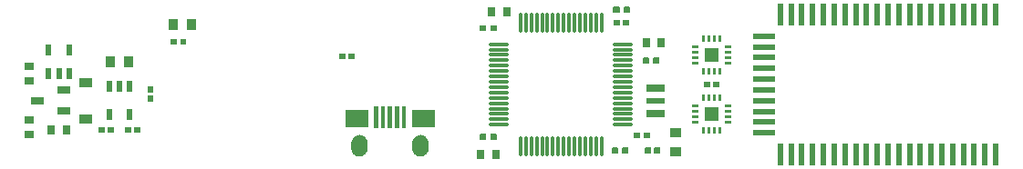
<source format=gtp>
G04 Layer: TopPasteMaskLayer*
G04 EasyEDA v6.5.22, 2023-02-02 12:04:13*
G04 e40c6f2ac48d42a8ab01bc531f02f979,d89026aa57f64e8aa15d5895f5b481f1,10*
G04 Gerber Generator version 0.2*
G04 Scale: 100 percent, Rotated: No, Reflected: No *
G04 Dimensions in millimeters *
G04 leading zeros omitted , absolute positions ,4 integer and 5 decimal *
%FSLAX45Y45*%
%MOMM*%

%ADD10R,0.8000X0.9000*%
%ADD11R,1.0000X0.8999*%
%ADD12R,0.8999X1.0000*%
%ADD13R,0.9000X0.8000*%
%ADD14R,1.1500X0.9500*%
%ADD15R,0.6000X1.0000*%
%ADD16R,1.2500X0.7000*%
%ADD17O,0.2999994X1.9999959999999999*%
%ADD18O,1.9999959999999999X0.2999994*%
%ADD19R,1.7000X0.6500*%
%ADD20R,1.7000X0.5000*%
%ADD21R,0.6000X2.0000*%
%ADD22R,2.0000X0.6000*%
%ADD23R,0.0116X0.6000*%

%LPD*%
G36*
X3529533Y-1269898D02*
G01*
X3521710Y-1270304D01*
X3513937Y-1271524D01*
X3506368Y-1273556D01*
X3499053Y-1276400D01*
X3492042Y-1279956D01*
X3485438Y-1284224D01*
X3479342Y-1289151D01*
X3473805Y-1294739D01*
X3468878Y-1300835D01*
X3464610Y-1307388D01*
X3461004Y-1314399D01*
X3458210Y-1321714D01*
X3456178Y-1329334D01*
X3454958Y-1337056D01*
X3454552Y-1344930D01*
X3454654Y-1398828D01*
X3455466Y-1406652D01*
X3457092Y-1414322D01*
X3459530Y-1421790D01*
X3462731Y-1428953D01*
X3466642Y-1435760D01*
X3471265Y-1442110D01*
X3476498Y-1447952D01*
X3482340Y-1453184D01*
X3488690Y-1457807D01*
X3495497Y-1461719D01*
X3502660Y-1464919D01*
X3510127Y-1467358D01*
X3517798Y-1468983D01*
X3525621Y-1469796D01*
X3533444Y-1469796D01*
X3541268Y-1468983D01*
X3548938Y-1467358D01*
X3556406Y-1464919D01*
X3560064Y-1463446D01*
X3567023Y-1459839D01*
X3573627Y-1455572D01*
X3579723Y-1450644D01*
X3585260Y-1445107D01*
X3590239Y-1439011D01*
X3594506Y-1432407D01*
X3598062Y-1425397D01*
X3600856Y-1418082D01*
X3602888Y-1410512D01*
X3604107Y-1402740D01*
X3604564Y-1394917D01*
X3604463Y-1340967D01*
X3603599Y-1333195D01*
X3601974Y-1325473D01*
X3599535Y-1318006D01*
X3596386Y-1310843D01*
X3592423Y-1304036D01*
X3587851Y-1297686D01*
X3582568Y-1291894D01*
X3576726Y-1286611D01*
X3570376Y-1281988D01*
X3563569Y-1278077D01*
X3556406Y-1274876D01*
X3548938Y-1272438D01*
X3541268Y-1270812D01*
X3533444Y-1270000D01*
G37*
G36*
X4095546Y-1269898D02*
G01*
X4087723Y-1270304D01*
X4079951Y-1271524D01*
X4072382Y-1273556D01*
X4065066Y-1276400D01*
X4058056Y-1279956D01*
X4051452Y-1284224D01*
X4045356Y-1289151D01*
X4039819Y-1294739D01*
X4034891Y-1300835D01*
X4030624Y-1307388D01*
X4027017Y-1314399D01*
X4024223Y-1321714D01*
X4022191Y-1329334D01*
X4020972Y-1337056D01*
X4020565Y-1344930D01*
X4020667Y-1398828D01*
X4021480Y-1406652D01*
X4023106Y-1414322D01*
X4025544Y-1421790D01*
X4028744Y-1428953D01*
X4032656Y-1435760D01*
X4037279Y-1442110D01*
X4042511Y-1447952D01*
X4048353Y-1453184D01*
X4054703Y-1457807D01*
X4061510Y-1461719D01*
X4068673Y-1464919D01*
X4076141Y-1467358D01*
X4083812Y-1468983D01*
X4091635Y-1469796D01*
X4099458Y-1469796D01*
X4107281Y-1468983D01*
X4114952Y-1467358D01*
X4122420Y-1464919D01*
X4126077Y-1463446D01*
X4133037Y-1459839D01*
X4139641Y-1455572D01*
X4145737Y-1450644D01*
X4151274Y-1445107D01*
X4156252Y-1439011D01*
X4160520Y-1432407D01*
X4164076Y-1425397D01*
X4166870Y-1418082D01*
X4168901Y-1410512D01*
X4170121Y-1402740D01*
X4170578Y-1394917D01*
X4170476Y-1340967D01*
X4169613Y-1333195D01*
X4167987Y-1325473D01*
X4165549Y-1318006D01*
X4162399Y-1310843D01*
X4158437Y-1304036D01*
X4153865Y-1297686D01*
X4148582Y-1291894D01*
X4142740Y-1286611D01*
X4136390Y-1281988D01*
X4129582Y-1278077D01*
X4122420Y-1274876D01*
X4114952Y-1272438D01*
X4107281Y-1270812D01*
X4099458Y-1270000D01*
G37*
G36*
X3662527Y-1004925D02*
G01*
X3662527Y-1204925D01*
X3702558Y-1204925D01*
X3702558Y-1004925D01*
G37*
G36*
X3727551Y-1004925D02*
G01*
X3727551Y-1204925D01*
X3767531Y-1204925D01*
X3767531Y-1004925D01*
G37*
G36*
X3792524Y-1004925D02*
G01*
X3792524Y-1204925D01*
X3832555Y-1204925D01*
X3832555Y-1004925D01*
G37*
G36*
X3857548Y-1004925D02*
G01*
X3857548Y-1204925D01*
X3897528Y-1204925D01*
X3897528Y-1004925D01*
G37*
G36*
X3922522Y-1004925D02*
G01*
X3922522Y-1204925D01*
X3962552Y-1204925D01*
X3962552Y-1004925D01*
G37*
G36*
X4017568Y-1034897D02*
G01*
X4017568Y-1194917D01*
X4227576Y-1194917D01*
X4227576Y-1034897D01*
G37*
G36*
X3397554Y-1034897D02*
G01*
X3397554Y-1194917D01*
X3607562Y-1194917D01*
X3607562Y-1034897D01*
G37*
G36*
X1192479Y-1198016D02*
G01*
X1188516Y-1201978D01*
X1188516Y-1248003D01*
X1192479Y-1252016D01*
X1242568Y-1252016D01*
X1246581Y-1248003D01*
X1246581Y-1201978D01*
X1242568Y-1198016D01*
G37*
G36*
X1107440Y-1198016D02*
G01*
X1103426Y-1201978D01*
X1103426Y-1248003D01*
X1107440Y-1252016D01*
X1157478Y-1252016D01*
X1161491Y-1248003D01*
X1161491Y-1201978D01*
X1157478Y-1198016D01*
G37*
G36*
X1357426Y-1198016D02*
G01*
X1353413Y-1201978D01*
X1353413Y-1248003D01*
X1357426Y-1252016D01*
X1407515Y-1252016D01*
X1411478Y-1248003D01*
X1411478Y-1201978D01*
X1407515Y-1198016D01*
G37*
G36*
X1442516Y-1198016D02*
G01*
X1438503Y-1201978D01*
X1438503Y-1248003D01*
X1442516Y-1252016D01*
X1492554Y-1252016D01*
X1496568Y-1248003D01*
X1496568Y-1201978D01*
X1492554Y-1198016D01*
G37*
G36*
X1867509Y-373024D02*
G01*
X1863496Y-376986D01*
X1863496Y-423011D01*
X1867509Y-427024D01*
X1917547Y-427024D01*
X1921560Y-423011D01*
X1921560Y-376986D01*
X1917547Y-373024D01*
G37*
G36*
X1782419Y-373024D02*
G01*
X1778406Y-376986D01*
X1778406Y-423011D01*
X1782419Y-427024D01*
X1832508Y-427024D01*
X1836470Y-423011D01*
X1836470Y-376986D01*
X1832508Y-373024D01*
G37*
G36*
X5894933Y-198018D02*
G01*
X5890920Y-201980D01*
X5890920Y-248005D01*
X5894933Y-252018D01*
X5944971Y-252018D01*
X5948984Y-248005D01*
X5948984Y-201980D01*
X5944971Y-198018D01*
G37*
G36*
X5979972Y-198018D02*
G01*
X5976010Y-201980D01*
X5976010Y-248005D01*
X5979972Y-252018D01*
X6030061Y-252018D01*
X6034074Y-248005D01*
X6034074Y-201980D01*
X6030061Y-198018D01*
G37*
G36*
X6182410Y-1385519D02*
G01*
X6178397Y-1389481D01*
X6178397Y-1435506D01*
X6182410Y-1439519D01*
X6232499Y-1439519D01*
X6236462Y-1435506D01*
X6236462Y-1389481D01*
X6232499Y-1385519D01*
G37*
G36*
X6267500Y-1385519D02*
G01*
X6263487Y-1389481D01*
X6263487Y-1435506D01*
X6267500Y-1439519D01*
X6317538Y-1439519D01*
X6321552Y-1435506D01*
X6321552Y-1389481D01*
X6317538Y-1385519D01*
G37*
G36*
X6817461Y-772972D02*
G01*
X6813499Y-776986D01*
X6813499Y-823010D01*
X6817461Y-827024D01*
X6867550Y-827024D01*
X6871563Y-823010D01*
X6871563Y-776986D01*
X6867550Y-772972D01*
G37*
G36*
X6732422Y-772972D02*
G01*
X6728409Y-776986D01*
X6728409Y-823010D01*
X6732422Y-827024D01*
X6782511Y-827024D01*
X6786473Y-823010D01*
X6786473Y-776986D01*
X6782511Y-772972D01*
G37*
G36*
X3344926Y-510489D02*
G01*
X3340912Y-514502D01*
X3340912Y-560476D01*
X3344926Y-564489D01*
X3395014Y-564489D01*
X3398977Y-560476D01*
X3398977Y-514502D01*
X3395014Y-510489D01*
G37*
G36*
X3430015Y-510489D02*
G01*
X3426002Y-514502D01*
X3426002Y-560476D01*
X3430015Y-564489D01*
X3480054Y-564489D01*
X3484067Y-560476D01*
X3484067Y-514502D01*
X3480054Y-510489D01*
G37*
G36*
X1564487Y-815949D02*
G01*
X1560474Y-819912D01*
X1560474Y-870000D01*
X1564487Y-874014D01*
X1610512Y-874014D01*
X1614474Y-870000D01*
X1614474Y-819912D01*
X1610512Y-815949D01*
G37*
G36*
X1564487Y-900988D02*
G01*
X1560474Y-905002D01*
X1560474Y-955040D01*
X1564487Y-959053D01*
X1610512Y-959053D01*
X1614474Y-955040D01*
X1614474Y-905002D01*
X1610512Y-900988D01*
G37*
G36*
X6739991Y-1014984D02*
G01*
X6739991Y-1134973D01*
X6859981Y-1134973D01*
X6859981Y-1014984D01*
G37*
G36*
X6862318Y-894994D02*
G01*
X6862318Y-954989D01*
X6887311Y-954989D01*
X6887311Y-894994D01*
G37*
G36*
X6812330Y-894994D02*
G01*
X6812330Y-954989D01*
X6837324Y-954989D01*
X6837324Y-894994D01*
G37*
G36*
X6762343Y-894994D02*
G01*
X6762343Y-954989D01*
X6787337Y-954989D01*
X6787337Y-894994D01*
G37*
G36*
X6712356Y-894994D02*
G01*
X6712356Y-954989D01*
X6737350Y-954989D01*
X6737350Y-894994D01*
G37*
G36*
X6620002Y-987704D02*
G01*
X6620002Y-1012698D01*
X6679996Y-1012698D01*
X6679996Y-987704D01*
G37*
G36*
X6620002Y-1037691D02*
G01*
X6620002Y-1062685D01*
X6679996Y-1062685D01*
X6679996Y-1037691D01*
G37*
G36*
X6620002Y-1087729D02*
G01*
X6620002Y-1112723D01*
X6679996Y-1112723D01*
X6679996Y-1087729D01*
G37*
G36*
X6620002Y-1137716D02*
G01*
X6620002Y-1162710D01*
X6679996Y-1162710D01*
X6679996Y-1137716D01*
G37*
G36*
X6712508Y-1195019D02*
G01*
X6712508Y-1255014D01*
X6737502Y-1255014D01*
X6737502Y-1195019D01*
G37*
G36*
X6762496Y-1195019D02*
G01*
X6762496Y-1255014D01*
X6787489Y-1255014D01*
X6787489Y-1195019D01*
G37*
G36*
X6812483Y-1195019D02*
G01*
X6812483Y-1255014D01*
X6837476Y-1255014D01*
X6837476Y-1195019D01*
G37*
G36*
X6862318Y-1195019D02*
G01*
X6862318Y-1255014D01*
X6887311Y-1255014D01*
X6887311Y-1195019D01*
G37*
G36*
X6919975Y-1137716D02*
G01*
X6919975Y-1162710D01*
X6979970Y-1162710D01*
X6979970Y-1137716D01*
G37*
G36*
X6919975Y-1087729D02*
G01*
X6919975Y-1112723D01*
X6979970Y-1112723D01*
X6979970Y-1087729D01*
G37*
G36*
X6919975Y-1037691D02*
G01*
X6919975Y-1062685D01*
X6979970Y-1062685D01*
X6979970Y-1037691D01*
G37*
G36*
X6919975Y-987704D02*
G01*
X6919975Y-1012698D01*
X6979970Y-1012698D01*
X6979970Y-987704D01*
G37*
G36*
X6739991Y-465023D02*
G01*
X6739991Y-585012D01*
X6859981Y-585012D01*
X6859981Y-465023D01*
G37*
G36*
X6712661Y-645007D02*
G01*
X6712661Y-705002D01*
X6737654Y-705002D01*
X6737654Y-645007D01*
G37*
G36*
X6762648Y-645007D02*
G01*
X6762648Y-705002D01*
X6787642Y-705002D01*
X6787642Y-645007D01*
G37*
G36*
X6812635Y-645007D02*
G01*
X6812635Y-705002D01*
X6837629Y-705002D01*
X6837629Y-645007D01*
G37*
G36*
X6862622Y-645007D02*
G01*
X6862622Y-705002D01*
X6887616Y-705002D01*
X6887616Y-645007D01*
G37*
G36*
X6919975Y-587298D02*
G01*
X6919975Y-612292D01*
X6979970Y-612292D01*
X6979970Y-587298D01*
G37*
G36*
X6919975Y-537311D02*
G01*
X6919975Y-562305D01*
X6979970Y-562305D01*
X6979970Y-537311D01*
G37*
G36*
X6919975Y-487273D02*
G01*
X6919975Y-512267D01*
X6979970Y-512267D01*
X6979970Y-487273D01*
G37*
G36*
X6919975Y-437286D02*
G01*
X6919975Y-462280D01*
X6979970Y-462280D01*
X6979970Y-437286D01*
G37*
G36*
X6862470Y-344982D02*
G01*
X6862470Y-405028D01*
X6887464Y-405028D01*
X6887464Y-344982D01*
G37*
G36*
X6812483Y-344982D02*
G01*
X6812483Y-405028D01*
X6837476Y-405028D01*
X6837476Y-344982D01*
G37*
G36*
X6762496Y-344982D02*
G01*
X6762496Y-405028D01*
X6787489Y-405028D01*
X6787489Y-344982D01*
G37*
G36*
X6712661Y-344982D02*
G01*
X6712661Y-404977D01*
X6737654Y-404977D01*
X6737654Y-344982D01*
G37*
G36*
X6620002Y-437286D02*
G01*
X6620002Y-462280D01*
X6679996Y-462280D01*
X6679996Y-437286D01*
G37*
G36*
X6620002Y-487273D02*
G01*
X6620002Y-512267D01*
X6679996Y-512267D01*
X6679996Y-487273D01*
G37*
G36*
X6620002Y-537311D02*
G01*
X6620002Y-562305D01*
X6679996Y-562305D01*
X6679996Y-537311D01*
G37*
G36*
X6620002Y-587298D02*
G01*
X6620002Y-612292D01*
X6679996Y-612292D01*
X6679996Y-587298D01*
G37*
G36*
X4652010Y-1259992D02*
G01*
X4646980Y-1264970D01*
X4646980Y-1309979D01*
X4652010Y-1315008D01*
X4699965Y-1315008D01*
X4706975Y-1309979D01*
X4706975Y-1264970D01*
X4699965Y-1259992D01*
G37*
G36*
X4750003Y-1259992D02*
G01*
X4742992Y-1264970D01*
X4742992Y-1309979D01*
X4750003Y-1315008D01*
X4798009Y-1315008D01*
X4802987Y-1309979D01*
X4802987Y-1264970D01*
X4798009Y-1259992D01*
G37*
G36*
X4652010Y-247497D02*
G01*
X4646980Y-252475D01*
X4646980Y-297484D01*
X4652010Y-302514D01*
X4699965Y-302514D01*
X4706975Y-297484D01*
X4706975Y-252475D01*
X4699965Y-247497D01*
G37*
G36*
X4750003Y-247497D02*
G01*
X4742992Y-252475D01*
X4742992Y-297484D01*
X4750003Y-302514D01*
X4798009Y-302514D01*
X4802987Y-297484D01*
X4802987Y-252475D01*
X4798009Y-247497D01*
G37*
G36*
X5987491Y-72491D02*
G01*
X5980480Y-77520D01*
X5980480Y-122478D01*
X5987491Y-127508D01*
X6035497Y-127508D01*
X6040475Y-122478D01*
X6040475Y-77520D01*
X6035497Y-72491D01*
G37*
G36*
X5889498Y-72491D02*
G01*
X5884468Y-77520D01*
X5884468Y-122478D01*
X5889498Y-127508D01*
X5937504Y-127508D01*
X5944463Y-122478D01*
X5944463Y-77520D01*
X5937504Y-72491D01*
G37*
G36*
X6174994Y-1247495D02*
G01*
X6167983Y-1252524D01*
X6167983Y-1297482D01*
X6174994Y-1302512D01*
X6223000Y-1302512D01*
X6227978Y-1297482D01*
X6227978Y-1252524D01*
X6223000Y-1247495D01*
G37*
G36*
X6077000Y-1247495D02*
G01*
X6071971Y-1252524D01*
X6071971Y-1297482D01*
X6077000Y-1302512D01*
X6125006Y-1302512D01*
X6131966Y-1297482D01*
X6131966Y-1252524D01*
X6125006Y-1247495D01*
G37*
G36*
X5974994Y-1385011D02*
G01*
X5967984Y-1389989D01*
X5967984Y-1434998D01*
X5974994Y-1439976D01*
X6023000Y-1439976D01*
X6027978Y-1434998D01*
X6027978Y-1389989D01*
X6023000Y-1385011D01*
G37*
G36*
X5877001Y-1385011D02*
G01*
X5871972Y-1389989D01*
X5871972Y-1434998D01*
X5877001Y-1439976D01*
X5925007Y-1439976D01*
X5931966Y-1434998D01*
X5931966Y-1389989D01*
X5925007Y-1385011D01*
G37*
G36*
X6262471Y-547522D02*
G01*
X6255512Y-552500D01*
X6255512Y-597509D01*
X6262471Y-602488D01*
X6310477Y-602488D01*
X6315506Y-597509D01*
X6315506Y-552500D01*
X6310477Y-547522D01*
G37*
G36*
X6164478Y-547522D02*
G01*
X6159500Y-552500D01*
X6159500Y-597509D01*
X6164478Y-602488D01*
X6212484Y-602488D01*
X6219494Y-597509D01*
X6219494Y-552500D01*
X6212484Y-547522D01*
G37*
D10*
G01*
X4894986Y-124993D03*
G01*
X4754981Y-124993D03*
D11*
G01*
X6462496Y-1252499D03*
G01*
X6462496Y-1422501D03*
D12*
G01*
X1215009Y-587502D03*
G01*
X1385011Y-587502D03*
G01*
X1972487Y-237489D03*
G01*
X1802485Y-237489D03*
D13*
G01*
X462508Y-629996D03*
G01*
X462508Y-770001D03*
D10*
G01*
X807491Y-1224991D03*
G01*
X667486Y-1224991D03*
D13*
G01*
X462508Y-1129995D03*
G01*
X462508Y-1270000D03*
D10*
G01*
X4794986Y-1450009D03*
G01*
X4654981Y-1450009D03*
G01*
X6192494Y-412495D03*
G01*
X6332499Y-412495D03*
D14*
G01*
X987501Y-1119251D03*
G01*
X987501Y-780770D03*
D15*
G01*
X737488Y-697509D03*
G01*
X832485Y-697509D03*
G01*
X642518Y-697509D03*
G01*
X832510Y-477494D03*
G01*
X642493Y-477494D03*
G01*
X1394993Y-1080007D03*
G01*
X1205001Y-1080007D03*
G01*
X1205001Y-819988D03*
G01*
X1299997Y-819988D03*
G01*
X1394993Y-819988D03*
D16*
G01*
X537540Y-950010D03*
G01*
X787476Y-855014D03*
G01*
X787476Y-1044981D03*
D17*
G01*
X5774994Y-1374978D03*
G01*
X5724982Y-1374978D03*
G01*
X5674995Y-1374978D03*
G01*
X5624982Y-1374978D03*
G01*
X5574995Y-1374978D03*
G01*
X5524982Y-1374978D03*
G01*
X5474995Y-1374978D03*
G01*
X5424982Y-1374978D03*
G01*
X5374995Y-1374978D03*
G01*
X5324983Y-1374978D03*
G01*
X5274995Y-1374978D03*
G01*
X5224983Y-1374978D03*
G01*
X5174995Y-1374978D03*
G01*
X5124983Y-1374978D03*
G01*
X5074996Y-1374978D03*
G01*
X5024983Y-1374978D03*
D18*
G01*
X4825009Y-1175004D03*
G01*
X4825009Y-1124991D03*
G01*
X4825009Y-1075004D03*
G01*
X4825009Y-1024991D03*
G01*
X4825009Y-975004D03*
G01*
X4825009Y-924991D03*
G01*
X4825009Y-875004D03*
G01*
X4825009Y-824992D03*
G01*
X4825009Y-775004D03*
G01*
X4825009Y-724992D03*
G01*
X4825009Y-675004D03*
G01*
X4825009Y-624992D03*
G01*
X4825009Y-575005D03*
G01*
X4825009Y-524992D03*
G01*
X4825009Y-475005D03*
G01*
X4825009Y-424992D03*
D17*
G01*
X5024983Y-225018D03*
G01*
X5074996Y-225018D03*
G01*
X5124983Y-225018D03*
G01*
X5174995Y-225018D03*
G01*
X5224983Y-225018D03*
G01*
X5274995Y-225018D03*
G01*
X5324983Y-225018D03*
G01*
X5374995Y-225018D03*
G01*
X5424982Y-225018D03*
G01*
X5474995Y-225018D03*
G01*
X5524982Y-225018D03*
G01*
X5574995Y-225018D03*
G01*
X5624982Y-225018D03*
G01*
X5674995Y-225018D03*
G01*
X5724982Y-225018D03*
G01*
X5774994Y-225018D03*
D18*
G01*
X5974968Y-424992D03*
G01*
X5974968Y-475005D03*
G01*
X5974968Y-524992D03*
G01*
X5974968Y-575005D03*
G01*
X5974968Y-624992D03*
G01*
X5974968Y-675004D03*
G01*
X5974968Y-724992D03*
G01*
X5974968Y-775004D03*
G01*
X5974968Y-824992D03*
G01*
X5974968Y-875004D03*
G01*
X5974968Y-924991D03*
G01*
X5974968Y-975004D03*
G01*
X5974968Y-1024991D03*
G01*
X5974968Y-1075004D03*
G01*
X5974968Y-1124991D03*
G01*
X5974968Y-1175004D03*
D19*
G01*
X6274993Y-1070000D03*
D20*
G01*
X6274993Y-950010D03*
D19*
G01*
X6274993Y-829995D03*
D21*
G01*
X9437497Y-1450009D03*
G01*
X9337497Y-1450009D03*
G01*
X9237497Y-1450009D03*
G01*
X9137497Y-1450009D03*
G01*
X9037497Y-1450009D03*
G01*
X8937497Y-1450009D03*
G01*
X8837498Y-1450009D03*
G01*
X8737498Y-1450009D03*
G01*
X8637498Y-1450009D03*
G01*
X8537498Y-1450009D03*
G01*
X8437499Y-1450009D03*
G01*
X8337499Y-1450009D03*
G01*
X8237499Y-1450009D03*
G01*
X8137499Y-1450009D03*
G01*
X8037499Y-1450009D03*
G01*
X7937500Y-1450009D03*
G01*
X7837500Y-1450009D03*
G01*
X7737500Y-1450009D03*
G01*
X7637500Y-1450009D03*
G01*
X7537500Y-1450009D03*
G01*
X7437500Y-1450009D03*
D22*
G01*
X7287488Y-1249984D03*
G01*
X7287488Y-1149985D03*
G01*
X7287488Y-1050010D03*
G01*
X7287488Y-950010D03*
G01*
X7287488Y-850011D03*
G01*
X7287488Y-750011D03*
G01*
X7287488Y-650011D03*
G01*
X7287488Y-550011D03*
G01*
X7287488Y-450011D03*
G01*
X7287488Y-349986D03*
D21*
G01*
X7437500Y-150012D03*
G01*
X7537500Y-150012D03*
G01*
X7637500Y-150012D03*
G01*
X7737500Y-150012D03*
G01*
X7837500Y-150012D03*
G01*
X7937500Y-150012D03*
G01*
X8037499Y-150012D03*
G01*
X8137499Y-150012D03*
G01*
X8237499Y-150012D03*
G01*
X8337499Y-150012D03*
G01*
X8437499Y-150012D03*
G01*
X8537498Y-150012D03*
G01*
X8637498Y-150012D03*
G01*
X8737498Y-150012D03*
G01*
X8837498Y-150012D03*
G01*
X8937497Y-150012D03*
G01*
X9037497Y-150012D03*
G01*
X9137497Y-150012D03*
G01*
X9237497Y-150012D03*
G01*
X9337497Y-150012D03*
G01*
X9437497Y-150012D03*
M02*

</source>
